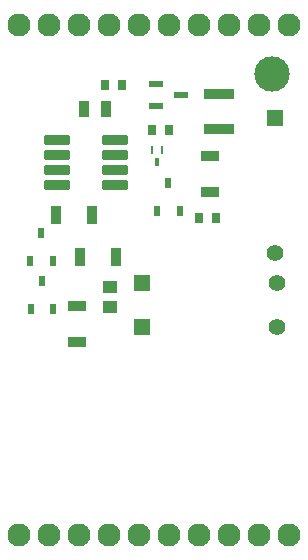
<source format=gbr>
%TF.GenerationSoftware,KiCad,Pcbnew,8.0.8*%
%TF.CreationDate,2025-03-02T20:22:08-05:00*%
%TF.ProjectId,Precharge Module V3.0,50726563-6861-4726-9765-204d6f64756c,rev?*%
%TF.SameCoordinates,Original*%
%TF.FileFunction,Soldermask,Top*%
%TF.FilePolarity,Negative*%
%FSLAX46Y46*%
G04 Gerber Fmt 4.6, Leading zero omitted, Abs format (unit mm)*
G04 Created by KiCad (PCBNEW 8.0.8) date 2025-03-02 20:22:08*
%MOMM*%
%LPD*%
G01*
G04 APERTURE LIST*
G04 Aperture macros list*
%AMRoundRect*
0 Rectangle with rounded corners*
0 $1 Rounding radius*
0 $2 $3 $4 $5 $6 $7 $8 $9 X,Y pos of 4 corners*
0 Add a 4 corners polygon primitive as box body*
4,1,4,$2,$3,$4,$5,$6,$7,$8,$9,$2,$3,0*
0 Add four circle primitives for the rounded corners*
1,1,$1+$1,$2,$3*
1,1,$1+$1,$4,$5*
1,1,$1+$1,$6,$7*
1,1,$1+$1,$8,$9*
0 Add four rect primitives between the rounded corners*
20,1,$1+$1,$2,$3,$4,$5,0*
20,1,$1+$1,$4,$5,$6,$7,0*
20,1,$1+$1,$6,$7,$8,$9,0*
20,1,$1+$1,$8,$9,$2,$3,0*%
G04 Aperture macros list end*
%ADD10R,1.600200X0.863600*%
%ADD11R,1.397000X1.397000*%
%ADD12C,1.397000*%
%ADD13C,3.000000*%
%ADD14R,1.219200X0.558800*%
%ADD15R,0.711200X0.939800*%
%ADD16R,2.500000X0.955600*%
%ADD17R,1.193800X1.016000*%
%ADD18R,0.855600X1.600000*%
%ADD19R,0.558800X0.863600*%
%ADD20C,1.954000*%
%ADD21RoundRect,0.100500X-0.986500X-0.301500X0.986500X-0.301500X0.986500X0.301500X-0.986500X0.301500X0*%
%ADD22R,0.812800X1.346200*%
%ADD23R,0.279400X0.660400*%
%ADD24R,0.381000X0.660400*%
G04 APERTURE END LIST*
D10*
%TO.C,D3*%
X55750000Y-49202000D03*
X55750000Y-52250000D03*
%TD*%
D11*
%TO.C,R6*%
X61250000Y-51000000D03*
D12*
X72680000Y-51000000D03*
%TD*%
D13*
%TO.C,PC COIL -*%
X72250000Y-29500000D03*
%TD*%
D14*
%TO.C,Q1*%
X62433200Y-30369000D03*
X62433200Y-32274000D03*
X64566800Y-31321500D03*
%TD*%
D15*
%TO.C,R3*%
X67448500Y-41750000D03*
X66051500Y-41750000D03*
%TD*%
D16*
%TO.C,C3*%
X67750000Y-34227801D03*
X67750000Y-31272199D03*
%TD*%
D10*
%TO.C,D2*%
X67000000Y-39548000D03*
X67000000Y-36500000D03*
%TD*%
D17*
%TO.C,R9*%
X58500000Y-47548200D03*
X58500000Y-49250000D03*
%TD*%
D11*
%TO.C,R8*%
X61250000Y-47250000D03*
D12*
X72680000Y-47250000D03*
%TD*%
D18*
%TO.C,C1*%
X53972199Y-41500000D03*
X57027801Y-41500000D03*
%TD*%
%TO.C,C2*%
X59027801Y-45000000D03*
X55972199Y-45000000D03*
%TD*%
D15*
%TO.C,R5*%
X58103000Y-30500000D03*
X59500000Y-30500000D03*
%TD*%
D19*
%TO.C,U2*%
X51797500Y-49443800D03*
X53702500Y-49443800D03*
X52750000Y-47056200D03*
%TD*%
D11*
%TO.C,R7*%
X72500000Y-33285000D03*
D12*
X72500000Y-44715000D03*
%TD*%
D19*
%TO.C,U3*%
X51750000Y-45387600D03*
X53655000Y-45387600D03*
X52702500Y-43000000D03*
%TD*%
D15*
%TO.C,R4*%
X62103000Y-34250000D03*
X63500000Y-34250000D03*
%TD*%
D20*
%TO.C,J2*%
X50800000Y-68580000D03*
X53340000Y-68580000D03*
X55880000Y-68580000D03*
X58420000Y-68580000D03*
X60960000Y-68580000D03*
X63500000Y-68580000D03*
X66040000Y-68580000D03*
X68580000Y-68580000D03*
X71120000Y-68580000D03*
X73660000Y-68580000D03*
%TD*%
D21*
%TO.C,U1*%
X54030000Y-35095000D03*
X54030000Y-36365000D03*
X54030000Y-37635000D03*
X54030000Y-38905000D03*
X58970000Y-38905000D03*
X58970000Y-37635000D03*
X58970000Y-36365000D03*
X58970000Y-35095000D03*
%TD*%
D19*
%TO.C,U4*%
X62500000Y-41137600D03*
X64405000Y-41137600D03*
X63452500Y-38750000D03*
%TD*%
D22*
%TO.C,R1*%
X56348300Y-32500000D03*
X58151700Y-32500000D03*
%TD*%
D20*
%TO.C,J1*%
X50800000Y-25400000D03*
X53340000Y-25400000D03*
X55880000Y-25400000D03*
X58420000Y-25400000D03*
X60960000Y-25400000D03*
X63500000Y-25400000D03*
X66040000Y-25400000D03*
X68580000Y-25400000D03*
X71120000Y-25400000D03*
X73660000Y-25400000D03*
%TD*%
D23*
%TO.C,U5*%
X62900050Y-36009400D03*
X62099950Y-36009400D03*
D24*
X62500000Y-37000000D03*
%TD*%
M02*

</source>
